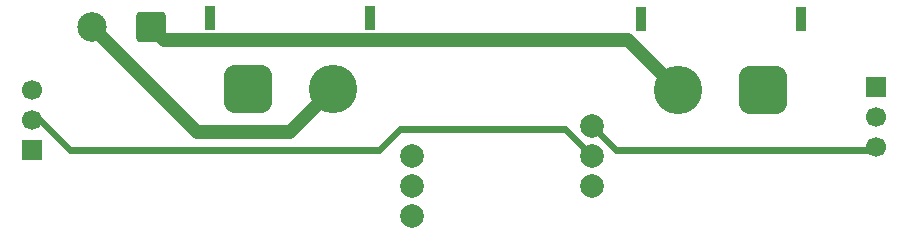
<source format=gbr>
%TF.GenerationSoftware,KiCad,Pcbnew,9.0.5*%
%TF.CreationDate,2025-11-20T18:01:40-05:00*%
%TF.ProjectId,stencilFix,7374656e-6369-46c4-9669-782e6b696361,rev?*%
%TF.SameCoordinates,Original*%
%TF.FileFunction,Copper,L2,Bot*%
%TF.FilePolarity,Positive*%
%FSLAX46Y46*%
G04 Gerber Fmt 4.6, Leading zero omitted, Abs format (unit mm)*
G04 Created by KiCad (PCBNEW 9.0.5) date 2025-11-20 18:01:40*
%MOMM*%
%LPD*%
G01*
G04 APERTURE LIST*
G04 Aperture macros list*
%AMRoundRect*
0 Rectangle with rounded corners*
0 $1 Rounding radius*
0 $2 $3 $4 $5 $6 $7 $8 $9 X,Y pos of 4 corners*
0 Add a 4 corners polygon primitive as box body*
4,1,4,$2,$3,$4,$5,$6,$7,$8,$9,$2,$3,0*
0 Add four circle primitives for the rounded corners*
1,1,$1+$1,$2,$3*
1,1,$1+$1,$4,$5*
1,1,$1+$1,$6,$7*
1,1,$1+$1,$8,$9*
0 Add four rect primitives between the rounded corners*
20,1,$1+$1,$2,$3,$4,$5,0*
20,1,$1+$1,$4,$5,$6,$7,0*
20,1,$1+$1,$6,$7,$8,$9,0*
20,1,$1+$1,$8,$9,$2,$3,0*%
G04 Aperture macros list end*
%TA.AperFunction,ComponentPad*%
%ADD10RoundRect,0.250000X1.000000X1.000000X-1.000000X1.000000X-1.000000X-1.000000X1.000000X-1.000000X0*%
%TD*%
%TA.AperFunction,ComponentPad*%
%ADD11C,2.500000*%
%TD*%
%TA.AperFunction,ComponentPad*%
%ADD12C,2.000000*%
%TD*%
%TA.AperFunction,ComponentPad*%
%ADD13R,1.700000X1.700000*%
%TD*%
%TA.AperFunction,ComponentPad*%
%ADD14C,1.700000*%
%TD*%
%TA.AperFunction,ComponentPad*%
%ADD15R,0.900000X2.000000*%
%TD*%
%TA.AperFunction,ComponentPad*%
%ADD16RoundRect,1.025000X-1.025000X-1.025000X1.025000X-1.025000X1.025000X1.025000X-1.025000X1.025000X0*%
%TD*%
%TA.AperFunction,ComponentPad*%
%ADD17C,4.100000*%
%TD*%
%TA.AperFunction,Conductor*%
%ADD18C,0.600000*%
%TD*%
%TA.AperFunction,Conductor*%
%ADD19C,1.200000*%
%TD*%
%TA.AperFunction,Conductor*%
%ADD20C,0.200000*%
%TD*%
G04 APERTURE END LIST*
D10*
%TO.P,J4,1,Pin_1*%
%TO.N,+BATT*%
X103378000Y-70866000D03*
D11*
%TO.P,J4,2,Pin_2*%
%TO.N,Net-(J3-Pin_2)*%
X98378000Y-70866000D03*
%TD*%
D12*
%TO.P,U1,2,A1*%
%TO.N,BAT_LVL*%
X140716000Y-84328000D03*
%TO.P,U1,3,A2*%
%TO.N,POT*%
X140716000Y-81788000D03*
%TO.P,U1,4,A3*%
%TO.N,ESC_IN*%
X140716000Y-79248000D03*
%TO.P,U1,12,3.3V*%
%TO.N,+3.3V*%
X125476000Y-81788000D03*
%TO.P,U1,13,GND*%
%TO.N,GND*%
X125476000Y-84328000D03*
%TO.P,U1,14,5V*%
%TO.N,+5V*%
X125476000Y-86868000D03*
%TD*%
D13*
%TO.P,J2,1,Pin_1*%
%TO.N,GND*%
X164779000Y-75946000D03*
D14*
%TO.P,J2,2,Pin_2*%
%TO.N,Net-(D1-A)*%
X164779000Y-78486000D03*
%TO.P,J2,3,Pin_3*%
%TO.N,ESC_IN*%
X164779000Y-81026000D03*
%TD*%
D15*
%TO.P,J5,*%
%TO.N,*%
X144888000Y-70246000D03*
X158388000Y-70246000D03*
D16*
%TO.P,J5,1,Pin_1*%
%TO.N,GND*%
X155238000Y-76246000D03*
D17*
%TO.P,J5,2,Pin_2*%
%TO.N,+BATT*%
X148038000Y-76246000D03*
%TD*%
D13*
%TO.P,J1,1,Pin_1*%
%TO.N,GND*%
X93285000Y-81280000D03*
D14*
%TO.P,J1,2,Pin_2*%
%TO.N,POT*%
X93285000Y-78740000D03*
%TO.P,J1,3,Pin_3*%
%TO.N,+3.3V*%
X93285000Y-76200000D03*
%TD*%
D15*
%TO.P,J3,*%
%TO.N,*%
X108420000Y-70104000D03*
X121920000Y-70104000D03*
D16*
%TO.P,J3,1,Pin_1*%
%TO.N,GND*%
X111570000Y-76104000D03*
D17*
%TO.P,J3,2,Pin_2*%
%TO.N,Net-(J3-Pin_2)*%
X118770000Y-76104000D03*
%TD*%
D18*
%TO.N,POT*%
X93980000Y-78740000D02*
X93285000Y-78740000D01*
X124460000Y-79502000D02*
X122682000Y-81280000D01*
X140716000Y-81788000D02*
X138430000Y-79502000D01*
X96520000Y-81280000D02*
X93980000Y-78740000D01*
X122682000Y-81280000D02*
X96520000Y-81280000D01*
X138430000Y-79502000D02*
X124460000Y-79502000D01*
D19*
%TO.N,GND*%
X155238000Y-75992000D02*
X155238000Y-76246000D01*
D18*
%TO.N,ESC_IN*%
X164525000Y-81280000D02*
X142748000Y-81280000D01*
X142748000Y-81280000D02*
X140716000Y-79248000D01*
X164779000Y-81026000D02*
X164525000Y-81280000D01*
D19*
%TO.N,+BATT*%
X103378000Y-70866000D02*
X104521000Y-72009000D01*
X104521000Y-72009000D02*
X143801000Y-72009000D01*
X143801000Y-72009000D02*
X148038000Y-76246000D01*
%TO.N,Net-(J3-Pin_2)*%
X107268000Y-79756000D02*
X115118000Y-79756000D01*
X98378000Y-70866000D02*
X107268000Y-79756000D01*
D20*
X118770000Y-76104000D02*
X118912000Y-76246000D01*
D19*
X115118000Y-79756000D02*
X118770000Y-76104000D01*
D20*
X118912000Y-76246000D02*
X119740400Y-76246000D01*
X119740400Y-76246000D02*
X119781700Y-76246000D01*
%TD*%
M02*

</source>
